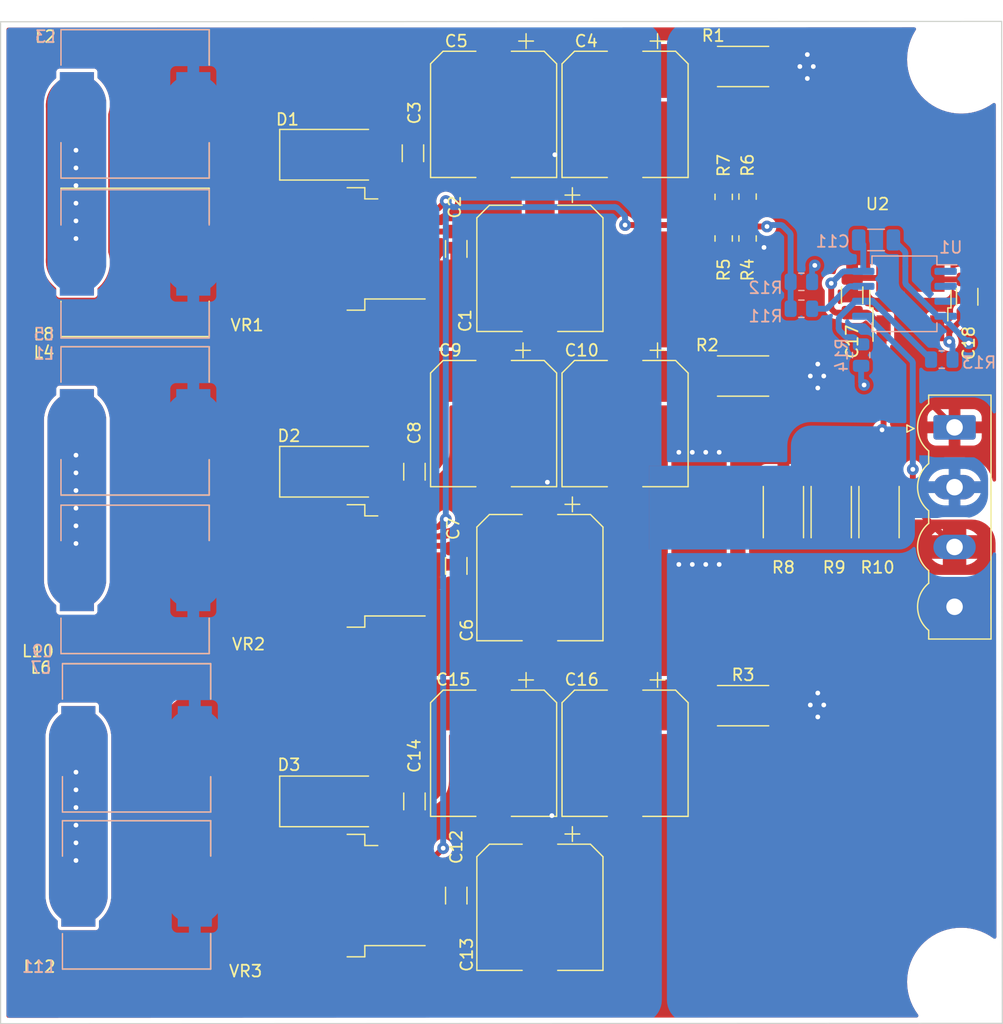
<source format=kicad_pcb>
(kicad_pcb (version 20211014) (generator pcbnew)
  (layers (0 "F.Cu" signal) (31 "B.Cu" signal) (34 "B.Paste" user) (35 "F.Paste" user) (36 "B.SilkS" user "B.Silkscreen") (37 "F.SilkS" user "F.Silkscreen") (38 "B.Mask" user) (39 "F.Mask" user) (44 "Edge.Cuts" user))
  (net 0 "")
  (net 1 "BOOSTIN+")
  (net 2 "BOOSTIN-")
  (net 3 "BOOSTOUT-")
  (net 4 "BOOSTOUT+")
  (net 7 "/FB")
  (net 8 "Net-(C3-Pad1)")
  (net 9 "Net-(C10-Pad1)")
  (net 10 "Net-(R11-Pad1)")
  (net 12 "/SW1")
  (net 13 "/SW2")
  (net 14 "/SW3")
  (net 15 "/CP1")
  (net 16 "/CP2")
  (net 17 "/CP3")
  (net 18 "Net-(R13-Pad2)")
  (net 22 "Net-(C14-Pad1)")
  (net 23 "Net-(C18-Pad1)")
  (footprint "Capacitor_SMD:C_1206_3216Metric" (layer "F.Cu") (at -98.171 35.306 -90)
    (fp_text reference "C7")
    (fp_text value "1uf 50v")
  )
  (footprint "Capacitor_SMD:CP_Elec_10x10.5" (layer "F.Cu") (at -94.996 51.216 -90)
    (fp_text reference "C15")
    (fp_text value "100uf 50v")
  )
  (footprint "MountingHole:MountingHole_3.2mm_M3" (layer "F.Cu") (at -55.243318 70.636194)
    (fp_text reference "H1")
    (fp_text value "MountingHole")
  )
  (footprint "Capacitor_SMD:C_1206_3216Metric" (layer "F.Cu") (at -101.854 0.254 -90)
    (fp_text reference "C3")
    (fp_text value " 1uf50v")
  )
  (footprint "Connector_Phoenix_MSTB:PhoenixContact_MSTBVA_2,5_4-G-5,08_1x04_P5.08mm_Vertical" (layer "F.Cu") (at -55.809318 23.536194 -90)
    (fp_text reference "J1" hide)
    (fp_text value "Conn_01x04_Female")
  )
  (footprint "Capacitor_SMD:C_1206_3216Metric" (layer "F.Cu") (at -64.516 12.319 90)
    (fp_text reference "C17")
    (fp_text value "1uf 50V")
  )
  (footprint "Package_TO_SOT_SMD:TO-263-5_TabPin6" (layer "F.Cu") (at -108.895 8.382 180)
    (fp_text reference "VR1")
    (fp_text value "XL6019")
  )
  (footprint "Resistor_SMD:R_0805_2012Metric" (layer "F.Cu") (at -75.438 7.493 90)
    (fp_text reference "R5")
    (fp_text value "39K")
  )
  (footprint "Resistor_SMD:R_2512_6332Metric" (layer "F.Cu") (at -73.787 19.177)
    (fp_text reference "R2")
    (fp_text value "0.1 ohm 1W")
  )
  (footprint "Capacitor_SMD:C_1206_3216Metric" (layer "F.Cu") (at -98.171 63.306 -90)
    (fp_text reference "C12")
    (fp_text value "1u 50v")
  )
  (footprint "Package_TO_SOT_SMD:TO-263-5_TabPin6" (layer "F.Cu") (at -108.895 63.306 180)
    (fp_text reference "VR3")
    (fp_text value "XL6019")
  )
  (footprint "Diode_SMD:D_SMA-SMB_Universal_Handsoldering" (layer "F.Cu") (at -108.331 55.305)
    (fp_text reference "D3")
    (fp_text value "SS56")
  )
  (footprint "Package_TO_SOT_SMD:TO-263-5_TabPin6" (layer "F.Cu") (at -108.895 35.306 180)
    (fp_text reference "VR2")
    (fp_text value "XL6019")
  )
  (footprint "Capacitor_SMD:C_1206_3216Metric" (layer "F.Cu") (at -98.171 8.382 -90)
    (fp_text reference "C2")
    (fp_text value "1uf 50v")
  )
  (footprint "Resistor_SMD:R_2512_6332Metric" (layer "F.Cu") (at -66.294 30.734 -90)
    (fp_text reference "R9")
    (fp_text value "0.1 ohm 1w")
  )
  (footprint "Resistor_SMD:R_2512_6332Metric" (layer "F.Cu") (at -62.23 30.734 -90)
    (fp_text reference "R10")
    (fp_text value "0.1 ohm 1w")
  )
  (footprint "Capacitor_SMD:CP_Elec_10x10.5" (layer "F.Cu") (at -94.996 23.216 -90)
    (fp_text reference "C9")
    (fp_text value "100uf 50v")
  )
  (footprint "Inductor_SMD:L_12x12mm_H8mm" (layer "F.Cu") (at -125.476 36.449)
    (fp_text reference "L6")
    (fp_text value "CDRH127 47u")
  )
  (footprint "Inductor_SMD:L_12x12mm_H8mm" (layer "F.Cu") (at -125.476 9.525)
    (fp_text reference "L4")
    (fp_text value "INDUCTOR")
  )
  (footprint "Resistor_SMD:R_2512_6332Metric" (layer "F.Cu") (at -70.358 30.734 -90)
    (fp_text reference "R8")
    (fp_text value "0.1 ohm 1w")
  )
  (footprint "Package_TO_SOT_SMD:TO-252-2" (layer "F.Cu") (at -59.563 10.922 90)
    (fp_text reference "U2")
    (fp_text value "LM78M05_TO252")
  )
  (footprint "Diode_SMD:D_SMA-SMB_Universal_Handsoldering" (layer "F.Cu") (at -108.331 27.305)
    (fp_text reference "D2")
    (fp_text value "SS56")
  )
  (footprint "Resistor_SMD:R_0805_2012Metric" (layer "F.Cu") (at -73.406 3.937 90)
    (fp_text reference "R6")
    (fp_text value "1K")
  )
  (footprint "Inductor_SMD:L_12x12mm_H8mm" (layer "F.Cu") (at -125.349 49.911)
    (fp_text reference "L10")
    (fp_text value "CDRH127 47u")
  )
  (footprint "Resistor_SMD:R_2512_6332Metric" (layer "F.Cu") (at -73.787 -7.112)
    (fp_text reference "R1")
    (fp_text value "0.1 ohm 1W")
  )
  (footprint "Capacitor_SMD:CP_Elec_10x10.5" (layer "F.Cu") (at -83.82 23.216 -90)
    (fp_text reference "C10")
    (fp_text value "100uf 50v")
  )
  (footprint "Capacitor_SMD:CP_Elec_10x10.5" (layer "F.Cu") (at -91.059 10.033 -90)
    (fp_text reference "C1")
    (fp_text value "100u 50v")
  )
  (footprint "Capacitor_SMD:CP_Elec_10x10.5" (layer "F.Cu") (at -83.82 51.216 -90)
    (fp_text reference "C16")
    (fp_text value "100uf 50v")
  )
  (footprint "Capacitor_SMD:C_1206_3216Metric" (layer "F.Cu") (at -54.737 12.446 90)
    (fp_text reference "C18")
    (fp_text value "1uf 50V")
  )
  (footprint "Capacitor_SMD:C_1206_3216Metric" (layer "F.Cu") (at -101.727 55.305 -90)
    (fp_text reference "C14")
    (fp_text value " 1uf50v")
  )
  (footprint "Capacitor_SMD:C_1206_3216Metric" (layer "F.Cu") (at -101.727 27.305 -90)
    (fp_text reference "C8")
    (fp_text value " 1uf50v")
  )
  (footprint "Capacitor_SMD:CP_Elec_10x10.5" (layer "F.Cu") (at -91.059 36.3 -90)
    (fp_text reference "C6")
    (fp_text value "100u 50v")
  )
  (footprint "Diode_SMD:D_SMA-SMB_Universal_Handsoldering" (layer "F.Cu") (at -108.331 0.381)
    (fp_text reference "D1")
    (fp_text value "SS56")
  )
  (footprint "Resistor_SMD:R_2512_6332Metric" (layer "F.Cu") (at -73.787 47.177)
    (fp_text reference "R3")
    (fp_text value "0.1 ohm 1W")
  )
  (footprint "Inductor_SMD:L_12x12mm_H8mm" (layer "F.Cu") (at -125.476 -3.937)
    (fp_text reference "L2")
    (fp_text value "CDRH127 47u")
  )
  (footprint "Inductor_SMD:L_12x12mm_H8mm" (layer "F.Cu") (at -125.349 63.246)
    (fp_text reference "L12")
    (fp_text value "INDUCTOR")
  )
  (footprint "Capacitor_SMD:CP_Elec_10x10.5" (layer "F.Cu") (at -91.059 64.3 -90)
    (fp_text reference "C13")
    (fp_text value "100uf 50v")
  )
  (footprint "Capacitor_SMD:CP_Elec_10x10.5" (layer "F.Cu") (at -83.82 -3.048 -90)
    (fp_text reference "C4")
    (fp_text value "100uf 50v")
  )
  (footprint "Capacitor_SMD:CP_Elec_10x10.5" (layer "F.Cu") (at -94.996 -3.048 -90)
    (fp_text reference "C5")
    (fp_text value "100uf 50v")
  )
  (footprint "Resistor_SMD:R_0805_2012Metric" (layer "F.Cu") (at -73.406 7.493 90)
    (fp_text reference "R4")
    (fp_text value "39K")
  )
  (footprint "Resistor_SMD:R_0805_2012Metric" (layer "F.Cu") (at -75.438 3.9605 90)
    (fp_text reference "R7")
    (fp_text value "1K")
  )
  (footprint "Inductor_SMD:L_12x12mm_H8mm" (layer "F.Cu") (at -125.476 22.987)
    (fp_text reference "L8")
    (fp_text value "INDUCTOR")
  )
  (footprint "MountingHole:MountingHole_3.2mm_M3" (layer "F.Cu") (at -55.243318 -7.713806)
    (fp_text reference "H2")
    (fp_text value "MountingHole")
  )
  (footprint "Resistor_SMD:R_0805_2012Metric" (layer "B.Cu") (at -63.754 17.399 -90)
    (fp_text reference "R14")
    (fp_text value "1k")
  )
  (footprint "Capacitor_SMD:C_1206_3216Metric" (layer "B.Cu") (at -62.484 7.62)
    (fp_text reference "C11")
    (fp_text value "1uf 50v")
  )
  (footprint "Resistor_SMD:R_0805_2012Metric" (layer "B.Cu") (at -68.834 13.462 180)
    (fp_text reference "R11")
    (fp_text value "1k")
  )
  (footprint "Inductor_SMD:L_12x12mm_H8mm" (layer "B.Cu") (at -125.476 9.652 180)
    (fp_text reference "L1")
    (fp_text value "CDRH127 47u")
  )
  (footprint "Inductor_SMD:L_12x12mm_H8mm" (layer "B.Cu") (at -125.349 49.911 180)
    (fp_text reference "L9")
    (fp_text value "CDRH127 47u")
  )
  (footprint "Inductor_SMD:L_12x12mm_H8mm" (layer "B.Cu") (at -125.476 22.987 180)
    (fp_text reference "L5")
    (fp_text value "CDRH127 47u")
  )
  (footprint "Inductor_SMD:L_12x12mm_H8mm" (layer "B.Cu") (at -125.476 -3.937 180)
    (fp_text reference "L3")
    (fp_text value "INDUCTOR")
  )
  (footprint "Inductor_SMD:L_12x12mm_H8mm" (layer "B.Cu") (at -125.476 36.449 180)
    (fp_text reference "L7")
    (fp_text value "INDUCTOR")
  )
  (footprint "Package_SO:SO-8_5.3x6.2mm_P1.27mm" (layer "B.Cu") (at -60.071 12.192 180)
    (fp_text reference "U1")
    (fp_text value "LM393")
  )
  (footprint "Inductor_SMD:L_12x12mm_H8mm" (layer "B.Cu") (at -125.349 63.246 180)
    (fp_text reference "L11")
    (fp_text value "INDUCTOR")
  )
  (footprint "Resistor_SMD:R_0805_2012Metric" (layer "B.Cu") (at -68.834 11.176 180)
    (fp_text reference "R12")
    (fp_text value "1k")
  )
  (footprint "Resistor_SMD:R_0805_2012Metric" (layer "B.Cu") (at -56.896 17.78 180)
    (fp_text reference "R13")
    (fp_text value "39k")
  )
  (gr_line (start -51.809318 -10.943806) (end -136.909318 -10.913806) (layer "Edge.Cuts") (width 0.1))
  (gr_line (start -136.909318 74.186194) (end -136.909318 -10.913806) (layer "Edge.Cuts") (width 0.1))
  (gr_line (start -136.909318 74.186194) (end -51.749318 74.156194) (layer "Edge.Cuts") (width 0.1))
  (gr_line (start -51.749318 74.156194) (end -51.809318 -10.943806) (layer "Edge.Cuts") (width 0.1))
  (segment (start -103.12 61.606) (end -92.565 61.606) (width 0.5) (layer "F.Cu") (net 1))
  (segment (start -61.843 15.122) (end -61.843 22.854) (width 0.5) (layer "F.Cu") (net 1))
  (segment (start -98.171 6.907) (end -92.133 6.907) (width 0.5) (layer "F.Cu") (net 1))
  (segment (start -103.12 33.606) (end -92.565 33.606) (width 0.5) (layer "F.Cu") (net 1))
  (segment (start -61.843 23.616) (end -61.976 23.749) (width 0.5) (layer "F.Cu") (net 1))
  (segment (start -61.843 22.854) (end -61.843 23.616) (width 0.5) (layer "F.Cu") (net 1))
  (segment (start -63.083132 13.881868) (end -61.843 15.122) (width 0.5) (layer "F.Cu") (net 1))
  (segment (start -90.971132 57.443132) (end -90.043 56.515) (width 0.5) (layer "F.Cu") (net 1))
  (segment (start -98.171 6.907) (end -102.54 6.907) (width 0.5) (layer "F.Cu") (net 1))
  (segment (start -92.565 61.606) (end -91.059 60.1) (width 0.5) (layer "F.Cu") (net 1))
  (segment (start -91.059 60.1) (end -91.059 57.655264) (width 0.5) (layer "F.Cu") (net 1))
  (segment (start -90.971132 1.563132) (end -89.789 0.381) (width 0.5) (layer "F.Cu") (net 1))
  (segment (start -91.059 5.833) (end -91.059 1.775264) (width 0.5) (layer "F.Cu") (net 1))
  (segment (start -102.54 6.907) (end -102.765 6.682) (width 0.5) (layer "F.Cu") (net 1))
  (segment (start -91.059 32.1) (end -91.059 28.953264) (width 0.5) (layer "F.Cu") (net 1))
  (segment (start -90.971132 28.741132) (end -90.424 28.194) (width 0.5) (layer "F.Cu") (net 1))
  (segment (start -65.837736 13.794) (end -64.516 13.794) (width 0.5) (layer "F.Cu") (net 1))
  (segment (start -92.133 6.907) (end -91.059 5.833) (width 0.5) (layer "F.Cu") (net 1))
  (segment (start -66.206132 13.549868) (end -66.049868 13.706132) (width 0.5) (layer "F.Cu") (net 1))
  (segment (start -66.294 11.303) (end -66.294 13.337736) (width 0.5) (layer "F.Cu") (net 1))
  (segment (start -92.565 33.606) (end -91.059 32.1) (width 0.5) (layer "F.Cu") (net 1))
  (segment (start -61.843 22.854) (end -61.843 23.12) (width 0.5) (layer "F.Cu") (net 1))
  (segment (start -64.516 13.794) (end -63.295264 13.794) (width 0.5) (layer "F.Cu") (net 1))
  (via (at -66.294 11.303) (size 1) (drill 0.4) (layers "F.Cu" "B.Cu") (net 1))
  (via (at -90.424 28.194) (size 1) (drill 0.4) (layers "F.Cu" "B.Cu") (net 1))
  (via (at -89.789 0.381) (size 1) (drill 0.4) (layers "F.Cu" "B.Cu") (net 1))
  (via (at -61.976 23.749) (size 1) (drill 0.4) (layers "F.Cu" "B.Cu") (net 1))
  (via (at -90.043 56.515) (size 1) (drill 0.4) (layers "F.Cu" "B.Cu") (net 1))
  (arc (start -66.049868 13.706132) (mid -65.952541 13.771164) (end -65.837736 13.794) (width 0.5) (layer "F.Cu") (net 1))
  (arc (start -66.206132 13.549868) (mid -66.271164 13.452541) (end -66.294 13.337736) (width 0.5) (layer "F.Cu") (net 1))
  (arc (start -63.295264 13.794) (mid -63.180459 13.816836) (end -63.083132 13.881868) (width 0.5) (layer "F.Cu") (net 1))
  (arc (start -90.971132 28.741132) (mid -91.036164 28.838459) (end -91.059 28.953264) (width 0.5) (layer "F.Cu") (net 1))
  (arc (start -90.971132 1.563132) (mid -91.036164 1.660459) (end -91.059 1.775264) (width 0.5) (layer "F.Cu") (net 1))
  (arc (start -91.059 57.655264) (mid -91.036164 57.540459) (end -90.971132 57.443132) (width 0.5) (layer "F.Cu") (net 1))
  (segment (start -65.365868 10.374868) (end -66.294 11.303) (width 0.5) (layer "B.Cu") (net 1))
  (segment (start -62.103 23.876) (end -62.103 24.384) (width 0.5) (layer "B.Cu") (net 1))
  (segment (start -63.571 8.008) (end -63.959 7.62) (width 0.5) (layer "B.Cu") (net 1))
  (segment (start -120.399 63.246) (end -120.399 49.911) (width 5) (layer "B.Cu") (net 1))
  (segment (start -63.571 10.287) (end -65.153736 10.287) (width 0.5) (layer "B.Cu") (net 1))
  (segment (start -120.526 -3.937) (end -120.526 9.652) (width 5) (layer "B.Cu") (net 1))
  (segment (start -63.571 10.287) (end -63.571 8.008) (width 0.5) (layer "B.Cu") (net 1))
  (segment (start -61.976 23.749) (end -62.103 23.876) (width 0.5) (layer "B.Cu") (net 1))
  (segment (start -120.526 36.449) (end -120.526 22.987) (width 5) (layer "B.Cu") (net 1))
  (arc (start -65.365868 10.374868) (mid -65.268541 10.309836) (end -65.153736 10.287) (width 0.5) (layer "B.Cu") (net 1))
  (segment (start -99.724 38.706) (end -99.695 38.735) (width 0.5) (layer "F.Cu") (net 2))
  (segment (start -99.314 11.684) (end -99.412 11.782) (width 1.5) (layer "F.Cu") (net 2))
  (segment (start -64.516 10.844) (end -61.585 10.844) (width 0.5) (layer "F.Cu") (net 2))
  (segment (start -98.171 11.303) (end -98.171 9.857) (width 0.5) (layer "F.Cu") (net 2))
  (segment (start -89.827 11.782) (end -99.216 11.782) (width 3) (layer "F.Cu") (net 2))
  (segment (start -99 38.735) (end -94.234 38.735) (width 3) (layer "F.Cu") (net 2))
  (segment (start -61.585 10.844) (end -59.563 8.822) (width 0.5) (layer "F.Cu") (net 2))
  (segment (start -99.314 11.684) (end -98.806 11.684) (width 0.5) (layer "F.Cu") (net 2))
  (segment (start -103.12 66.706) (end -98.837 66.706) (width 0.5) (layer "F.Cu") (net 2))
  (segment (start -89.535 12.074) (end -89.827 11.782) (width 0.5) (layer "F.Cu") (net 2))
  (segment (start -98.806 11.684) (end -98.679 11.811) (width 0.5) (layer "F.Cu") (net 2))
  (segment (start -59.563 8.822) (end -59.563 19.782512) (width 0.5) (layer "F.Cu") (net 2))
  (segment (start -57.414 10.971) (end -59.563 8.822) (width 0.5) (layer "F.Cu") (net 2))
  (segment (start -92.853 66.706) (end -91.059 68.5) (width 3) (layer "F.Cu") (net 2))
  (segment (start -103.12 38.706) (end -99.724 38.706) (width 1.5) (layer "F.Cu") (net 2))
  (segment (start -54.737 10.971) (end -57.414 10.971) (width 0.5) (layer "F.Cu") (net 2))
  (segment (start -98.837 66.706) (end -92.853 66.706) (width 3) (layer "F.Cu") (net 2))
  (segment (start -59.563 19.782512) (end -55.809318 23.536194) (width 0.5) (layer "F.Cu") (net 2))
  (segment (start -98.679 11.811) (end -98.171 11.303) (width 0.5) (layer "F.Cu") (net 2))
  (segment (start -92.824 38.735) (end -91.059 40.5) (width 3) (layer "F.Cu") (net 2))
  (segment (start -99.412 11.782) (end -102.765 11.782) (width 1.5) (layer "F.Cu") (net 2))
  (segment (start -99.216 11.782) (end -99.314 11.684) (width 3) (layer "F.Cu") (net 2))
  (segment (start -94.234 38.735) (end -92.824 38.735) (width 3) (layer "F.Cu") (net 2))
  (via (at -63.5 19.939) (size 1) (drill 0.4) (layers "F.Cu" "B.Cu") (net 2))
  (via (at -67.691 9.779) (size 1) (drill 0.4) (layers "F.Cu" "B.Cu") (net 2))
  (via (at -54.61 16.383) (size 1) (drill 0.4) (layers "F.Cu" "B.Cu") (net 2))
  (segment (start -63.754 18.3115) (end -63.754 19.685) (width 0.5) (layer "B.Cu") (net 2))
  (segment (start -57.116685 14.097) (end -56.571 14.097) (width 0.5) (layer "B.Cu") (net 2))
  (segment (start -63.754 19.685) (end -63.5 19.939) (width 0.5) (layer "B.Cu") (net 2))
  (segment (start -56.571 14.097) (end -56.571 14.422) (width 0.5) (layer "B.Cu") (net 2))
  (segment (start -59.993 9.828) (end -59.993 8.760264) (width 0.5) (layer "B.Cu") (net 2))
  (segment (start -59.905132 11.432817) (end -57.328817 14.009132) (width 0.5) (layer "B.Cu") (net 2))
  (segment (start -59.993 9.828) (end -59.993 11.220685) (width 0.5) (layer "B.Cu") (net 2))
  (segment (start -67.9215 10.0095) (end -67.691 9.779) (width 0.5) (layer "B.Cu") (net 2))
  (segment (start -60.080868 8.548132) (end -61.009 7.62) (width 0.5) (layer "B.Cu") (net 2))
  (segment (start -56.571 14.422) (end -54.61 16.383) (width 0.5) (layer "B.Cu") (net 2))
  (segment (start -67.9215 11.176) (end -67.9215 10.0095) (width 0.5) (layer "B.Cu") (net 2))
  (arc (start -57.116685 14.097) (mid -57.23149 14.074164) (end -57.328817 14.009132) (width 0.5) (layer "B.Cu") (net 2))
  (arc (start -60.080868 8.548132) (mid -60.015836 8.645459) (end -59.993 8.760264) (width 0.5) (layer "B.Cu") (net 2))
  (arc (start -59.993 11.220685) (mid -59.970164 11.33549) (end -59.905132 11.432817) (width 0.5) (layer "B.Cu") (net 2))
  (segment (start -59.359318 27.101318) (end -59.359318 30.146194) (width 0.5) (layer "F.Cu") (net 3))
  (segment (start -59.359318 30.146194) (end -55.809318 33.696194) (width 0.5) (layer "F.Cu") (net 3))
  (via (at -59.359318 27.101318) (size 1) (drill 0.4) (layers "F.Cu" "B.Cu") (net 3))
  (segment (start -59.447186 17.86945) (end -63.219636 14.097) (width 0.5) (layer "B.Cu") (net 3))
  (segment (start -63.219636 14.097) (end -63.571 14.097) (width 0.5) (layer "B.Cu") (net 3))
  (segment (start -59.359318 18.081582) (end -59.359318 27.101318) (width 0.5) (layer "B.Cu") (net 3))
  (arc (start -59.447186 17.86945) (mid -59.382154 17.966777) (end -59.359318 18.081582) (width 0.5) (layer "B.Cu") (net 3))
  (segment (start -72.1595 8.4055) (end -72.009 8.255) (width 0.5) (layer "F.Cu") (net 4))
  (segment (start -70.8245 47.117) (end -68.072 47.117) (width 4) (layer "F.Cu") (net 4))
  (segment (start -70.8245 -7.112) (end -68.961 -7.112) (width 4) (layer "F.Cu") (net 4))
  (segment (start -75.438 8.4055) (end -73.406 8.4055) (width 0.5) (layer "F.Cu") (net 4))
  (segment (start -70.8245 19.177) (end -68.072 19.177) (width 4) (layer "F.Cu") (net 4))
  (segment (start -73.406 8.4055) (end -72.1595 8.4055) (width 0.5) (layer "F.Cu") (net 4))
  (via (at -67.437 18.161) (size 1) (drill 0.4) (layers "F.Cu" "B.Cu") (net 4))
  (via (at -75.819 25.654) (size 1) (drill 0.4) (layers "F.Cu" "B.Cu") (net 4))
  (via (at -76.962 25.654) (size 1) (drill 0.4) (layers "F.Cu" "B.Cu") (net 4))
  (via (at -78.105 25.654) (size 1) (drill 0.4) (layers "F.Cu" "B.Cu") (net 4))
  (via (at -66.929 47.117) (size 1) (drill 0.4) (layers "F.Cu" "B.Cu") (net 4))
  (via (at -78.105 35.179) (size 1) (drill 0.4) (layers "F.Cu" "B.Cu") (net 4))
  (via (at -76.962 35.179) (size 1) (drill 0.4) (layers "F.Cu" "B.Cu") (net 4))
  (via (at -67.437 48.133) (size 1) (drill 0.4) (layers "F.Cu" "B.Cu") (net 4))
  (via (at -68.072 19.177) (size 1) (drill 0.4) (layers "F.Cu" "B.Cu") (net 4))
  (via (at -68.326 -8.128) (size 1) (drill 0.4) (layers "F.Cu" "B.Cu") (net 4))
  (via (at -79.248 25.654) (size 1) (drill 0.4) (layers "F.Cu" "B.Cu") (net 4))
  (via (at -79.248 35.179) (size 1) (drill 0.4) (layers "F.Cu" "B.Cu") (net 4))
  (via (at -75.819 35.179) (size 1) (drill 0.4) (layers "F.Cu" "B.Cu") (net 4))
  (via (at -67.437 20.193) (size 1) (drill 0.4) (layers "F.Cu" "B.Cu") (net 4))
  (via (at -68.961 -7.112) (size 1) (drill 0.4) (layers "F.Cu" "B.Cu") (net 4))
  (via (at -66.929 19.177) (size 1) (drill 0.4) (layers "F.Cu" "B.Cu") (net 4))
  (via (at -68.326 -6.096) (size 1) (drill 0.4) (layers "F.Cu" "B.Cu") (net 4))
  (via (at -72.009 8.255) (size 1) (drill 0.4) (layers "F.Cu" "B.Cu") (net 4))
  (via (at -67.437 46.101) (size 1) (drill 0.4) (layers "F.Cu" "B.Cu") (net 4))
  (via (at -68.072 47.117) (size 1) (drill 0.4) (layers "F.Cu" "B.Cu") (net 4))
  (via (at -67.818 -7.112) (size 1) (drill 0.4) (layers "F.Cu" "B.Cu") (net 4))
  (segment (start -75.438 4.873) (end -73.4295 4.873) (width 0.5) (layer "F.Cu") (net 7))
  (segment (start -99.636132 4.894132) (end -99.06 4.318) (width 0.5) (layer "F.Cu") (net 7))
  (segment (start -83.82 6.35) (end -75.6685 6.35) (width 0.5) (layer "F.Cu") (net 7))
  (segment (start -75.438 6.5805) (end -75.438 4.873) (width 0.5) (layer "F.Cu") (net 7))
  (segment (start -75.6685 6.35) (end -75.438 6.5805) (width 0.5) (layer "F.Cu") (net 7))
  (segment (start -73.3025 6.477) (end -73.406 6.5805) (width 0.5) (layer "F.Cu") (net 7))
  (segment (start -103.12 4.982) (end -99.848264 4.982) (width 0.5) (layer "F.Cu") (net 7))
  (segment (start -73.406 6.5805) (end -75.438 6.5805) (width 0.5) (layer "F.Cu") (net 7))
  (segment (start -103.345 59.944) (end -100.073264 59.944) (width 0.5) (layer "F.Cu") (net 7))
  (segment (start -73.406 4.8495) (end -73.406 6.5805) (width 0.5) (layer "F.Cu") (net 7))
  (segment (start -103.12 32.004) (end -99.848264 32.004) (width 0.5) (layer "F.Cu") (net 7))
  (segment (start -73.4295 4.873) (end -73.406 4.8495) (width 0.5) (layer "F.Cu") (net 7))
  (segment (start -99.861132 59.856132) (end -99.285 59.28) (width 0.5) (layer "F.Cu") (net 7))
  (segment (start -71.755 6.477) (end -73.3025 6.477) (width 0.5) (layer "F.Cu") (net 7))
  (segment (start -99.636132 31.916132) (end -99.06 31.34) (width 0.5) (layer "F.Cu") (net 7))
  (via (at -71.755 6.477) (size 1) (drill 0.4) (layers "F.Cu" "B.Cu") (net 7))
  (via (at -99.285 59.28) (size 1) (drill 0.4) (layers "F.Cu" "B.Cu") (net 7))
  (via (at -99.06 31.34) (size 1) (drill 0.4) (layers "F.Cu" "B.Cu") (net 7))
  (via (at -83.82 6.35) (size 1) (drill 0.4) (layers "F.Cu" "B.Cu") (net 7))
  (via (at -99.06 4.318) (size 1) (drill 0.4) (layers "F.Cu" "B.Cu") (net 7))
  (arc (start -99.848264 32.004) (mid -99.733459 31.981164) (end -99.636132 31.916132) (width 0.5) (layer "F.Cu") (net 7))
  (arc (start -99.861132 59.856132) (mid -99.958459 59.921164) (end -100.073264 59.944) (width 0.5) (layer "F.Cu") (net 7))
  (arc (start -99.636132 4.894132) (mid -99.733459 4.959164) (end -99.848264 4.982) (width 0.5) (layer "F.Cu") (net 7))
  (segment (start -69.7465 13.462) (end -69.7465 11.176) (width 0.5) (layer "B.Cu") (net 7))
  (segment (start -71.755 6.477) (end -71.628 6.35) (width 0.5) (layer "B.Cu") (net 7))
  (segment (start -69.7465 7.212764) (end -69.7465 11.176) (width 0.5) (layer "B.Cu") (net 7))
  (segment (start -98.427736 4.826) (end -84.706264 4.826) (width 0.5) (layer "B.Cu") (net 7))
  (segment (start -84.494132 4.913868) (end -83.907868 5.500132) (width 0.5) (layer "B.Cu") (net 7))
  (segment (start -83.82 5.712264) (end -83.82 6.35) (width 0.5) (layer "B.Cu") (net 7))
  (segment (start -99.285 59.28) (end -99.285 31.565) (width 0.5) (layer "B.Cu") (net 7))
  (segment (start -70.397132 6.437868) (end -69.834368 7.000632) (width 0.5) (layer "B.Cu") (net 7))
  (segment (start -99.285 31.565) (end -99.06 31.34) (width 0.5) (layer "B.Cu") (net 7))
  (segment (start -99.06 4.318) (end -98.639868 4.738132) (width 0.5) (layer "B.Cu") (net 7))
  (segment (start -71.628 6.35) (end -70.609264 6.35) (width 0.5) (layer "B.Cu") (net 7))
  (segment (start -99.06 31.34) (end -99.06 4.318) (width 0.5) (layer "B.Cu") (net 7))
  (arc (start -84.494132 4.913868) (mid -84.591459 4.848836) (end -84.706264 4.826) (width 0.5) (layer "B.Cu") (net 7))
  (arc (start -98.639868 4.738132) (mid -98.542541 4.803164) (end -98.427736 4.826) (width 0.5) (layer "B.Cu") (net 7))
  (arc (start -83.907868 5.500132) (mid -83.842836 5.597459) (end -83.82 5.712264) (width 0.5) (layer "B.Cu") (net 7))
  (arc (start -69.834368 7.000632) (mid -69.769336 7.097959) (end -69.7465 7.212764) (width 0.5) (layer "B.Cu") (net 7))
  (arc (start -70.397132 6.437868) (mid -70.494459 6.372836) (end -70.609264 6.35) (width 0.5) (layer "B.Cu") (net 7))
  (segment (start -101.981 -0.459) (end -101.981 -5.969) (width 2) (layer "F.Cu") (net 8))
  (segment (start -76.8855 -7.248) (end -76.7495 -7.112) (width 2) (layer "F.Cu") (net 8))
  (segment (start -83.82 -7.248) (end -76.8855 -7.248) (width 2) (layer "F.Cu") (net 8))
  (segment (start -94.996 -7.248) (end -83.82 -7.248) (width 2) (layer "F.Cu") (net 8))
  (segment (start -100.702 -7.248) (end -94.996 -7.248) (width 2) (layer "F.Cu") (net 8))
  (segment (start -101.981 -5.969) (end -100.702 -7.248) (width 2) (layer "F.Cu") (net 8))
  (segment (start -64.645736 11.557) (end -63.571 11.557) (width 0.5) (layer "B.Cu") (net 10))
  (segment (start -66.587132 13.374132) (end -64.857868 11.644868) (width 0.5) (layer "B.Cu") (net 10))
  (segment (start -67.9215 13.462) (end -66.799264 13.462) (width 0.5) (layer "B.Cu") (net 10))
  (arc (start -66.799264 13.462) (mid -66.684459 13.439164) (end -66.587132 13.374132) (width 0.5) (layer "B.Cu") (net 10))
  (arc (start -64.857868 11.644868) (mid -64.760541 11.579836) (end -64.645736 11.557) (width 0.5) (layer "B.Cu") (net 10))
  (segment (start -106.68 8.382) (end -112.395 8.382) (width 2.75) (layer "F.Cu") (net 12))
  (segment (start -112.395 8.382) (end -118.745 8.382) (width 8) (layer "F.Cu") (net 12))
  (segment (start -118.738 4.84) (end -114.279 0.381) (width 2) (layer "F.Cu") (net 12))
  (segment (start -102.765 8.382) (end -106.68 8.382) (width 1) (layer "F.Cu") (net 12))
  (segment (start -118.745 8.382) (end -119.877 9.514) (width 5) (layer "F.Cu") (net 12))
  (segment (start -120.526 -3.937) (end -120.526 9.525) (width 5) (layer "F.Cu") (net 12))
  (segment (start -119.877 4.84) (end -118.738 4.84) (width 2) (layer "F.Cu") (net 12))
  (segment (start -114.279 0.381) (end -111.231 0.381) (width 2) (layer "F.Cu") (net 12))
  (segment (start -119.877 9.514) (end -119.877 4.84) (width 5) (layer "F.Cu") (net 12))
  (segment (start -106.426 35.306) (end -103.12 35.306) (width 1.5) (layer "F.Cu") (net 13))
  (segment (start -120.526 36.449) (end -120.526 22.987) (width 5) (layer "F.Cu") (net 13))
  (segment (start -112.27 35.306) (end -107 35.306) (width 2.75) (layer "F.Cu") (net 13))
  (segment (start -120.399 49.911) (end -120.399 63.246) (width 5) (layer "F.Cu") (net 14))
  (segment (start -106.359 63.306) (end -103.12 63.306) (width 1.5) (layer "F.Cu") (net 14))
  (segment (start -112.27 63.306) (end -107 63.306) (width 2.75) (layer "F.Cu") (net 14))
  (segment (start -130.426 9.525) (end -130.559 9.392) (width 5) (layer "F.Cu") (net 15))
  (segment (start -130.559 9.392) (end -130.559 -3.804) (width 5) (layer "F.Cu") (net 15))
  (segment (start -130.559 -3.804) (end -130.426 -3.937) (width 5) (layer "F.Cu") (net 15))
  (via (at -130.5 6) (size 1) (drill 0.4) (layers "F.Cu" "B.Cu") (net 15))
  (via (at -130.5 0) (size 1) (drill 0.4) (layers "F.Cu" "B.Cu") (net 15))
  (via (at -130.5 3) (size 1) (drill 0.4) (layers "F.Cu" "B.Cu") (net 15))
  (via (at -130.5 1.5) (size 1) (drill 0.4) (layers "F.Cu" "B.Cu") (net 15))
  (via (at -130.5 4.5) (size 1) (drill 0.4) (layers "F.Cu" "B.Cu") (net 15))
  (via (at -130.5 7.5) (size 1) (drill 0.4) (layers "F.Cu" "B.Cu") (net 15))
  (segment (start -130.426 9.652) (end -130.426 -3.937) (width 5) (layer "B.Cu") (net 15))
  (segment (start -130.426 22.987) (end -130.426 36.449) (width 5) (layer "F.Cu") (net 16))
  (via (at -130.5 30.401) (size 1) (drill 0.4) (layers "F.Cu" "B.Cu") (net 16))
  (via (at -130.5 25.901) (size 1) (drill 0.4) (layers "F.Cu" "B.Cu") (net 16))
  (via (at -130.5 33.401) (size 1) (drill 0.4) (layers "F.Cu" "B.Cu") (net 16))
  (via (at -130.5 28.901) (size 1) (drill 0.4) (layers "F.Cu" "B.Cu") (net 16))
  (via (at -130.5 31.901) (size 1) (drill 0.4) (layers "F.Cu" "B.Cu") (net 16))
  (via (at -130.5 27.401) (size 1) (drill 0.4) (layers "F.Cu" "B.Cu") (net 16))
  (segment (start -130.426 36.449) (end -130.426 22.987) (width 5) (layer "B.Cu") (net 16))
  (segment (start -130.299 63.246) (end -130.299 49.911) (width 5) (layer "F.Cu") (net 17))
  (via (at -130.5 58.825) (size 1) (drill 0.4) (layers "F.Cu" "B.Cu") (net 17))
  (via (at -130.5 55.825) (size 1) (drill 0.4) (layers "F.Cu" "B.Cu") (net 17))
  (via (at -130.5 60.325) (size 1) (drill 0.4) (layers "F.Cu" "B.Cu") (net 17))
  (via (at -130.5 52.825) (size 1) (drill 0.4) (layers "F.Cu" "B.Cu") (net 17))
  (via (at -130.5 57.325) (size 1) (drill 0.4) (layers "F.Cu" "B.Cu") (net 17))
  (via (at -130.5 54.325) (size 1) (drill 0.4) (layers "F.Cu" "B.Cu") (net 17))
  (segment (start -130.299 49.911) (end -130.299 63.246) (width 5) (layer "B.Cu") (net 17))
  (segment (start -64.116685 12.827) (end -63.571 12.827) (width 0.5) (layer "B.Cu") (net 18))
  (segment (start -63.754 16.4865) (end -64.277632 15.962868) (width 0.5) (layer "B.Cu") (net 18))
  (segment (start -62.7615 12.827) (end -63.571 12.827) (width 0.5) (layer "B.Cu") (net 18))
  (segment (start -65.659 15.115736) (end -65.659 14.369315) (width 0.5) (layer "B.Cu") (net 18))
  (segment (start -65.571132 14.157183) (end -64.328817 12.914868) (width 0.5) (layer "B.Cu") (net 18))
  (segment (start -64.489764 15.875) (end -64.899736 15.875) (width 0.5) (layer "B.Cu") (net 18))
  (segment (start -65.111868 15.787132) (end -65.571132 15.327868) (width 0.5) (layer "B.Cu") (net 18))
  (segment (start -57.8085 17.78) (end -62.7615 12.827) (width 0.5) (layer "B.Cu") (net 18))
  (arc (start -64.489764 15.875) (mid -64.374959 15.897836) (end -64.277632 15.962868) (width 0.5) (layer "B.Cu") (net 18))
  (arc (start -65.659 15.115736) (mid -65.636164 15.230541) (end -65.571132 15.327868) (width 0.5) (layer "B.Cu") (net 18))
  (arc (start -65.111868 15.787132) (mid -65.014541 15.852164) (end -64.899736 15.875) (width 0.5) (layer "B.Cu") (net 18))
  (arc (start -65.659 14.369315) (mid -65.636164 14.25451) (end -65.571132 14.157183) (width 0.5) (layer "B.Cu") (net 18))
  (arc (start -64.116685 12.827) (mid -64.23149 12.849836) (end -64.328817 12.914868) (width 0.5) (layer "B.Cu") (net 18))
  (segment (start -55.938 15.122) (end -55.714 14.898) (width 0.5) (layer "F.Cu") (net 23))
  (segment (start -56.261 16.256) (end -56.261 15.569264) (width 0.5) (layer "F.Cu") (net 23))
  (segment (start -55.714 14.898) (end -54.737 13.921) (width 0.5) (layer "F.Cu") (net 23))
  (segment (start -56.173132 15.357132) (end -55.714 14.898) (width 0.5) (layer "F.Cu") (net 23))
  (segment (start -57.283 15.122) (end -55.938 15.122) (width 0.5) (layer "F.Cu") (net 23))
  (via (at -56.261 16.256) (size 1) (drill 0.4) (layers "F.Cu" "B.Cu") (net 23))
  (arc (start -56.173132 15.357132) (mid -56.238164 15.454459) (end -56.261 15.569264) (width 0.5) (layer "F.Cu") (net 23))
  (segment (start -55.9835 17.78) (end -55.9835 16.5335) (width 0.5) (layer "B.Cu") (net 23))
  (segment (start -55.9835 16.5335) (end -56.261 16.256) (width 0.5) (layer "B.Cu") (net 23))
  (zone (net 13) (net_name "/SW2") (layer "F.Cu") (priority 2) (connect_pads yes (clearance 0.3)) (min_thickness 0.3) (fill yes (thermal_gap 0.508) (thermal_bridge_width 0.508) (smoothing fillet) (radius 3))
    (polygon (pts (xy -107.823 41.148) (xy -116.713 41.148) (xy -123.286488 41.14418) (xy -123.317 25.273) (xy -123.317 18.669) (xy -117.221 18.542) (xy -117.221 25.273) (xy -107.823 25.273)))
  )
  (zone (net 4) (net_name "BOOSTOUT+") (layer "F.Cu") (priority 2) (connect_pads (clearance 0.3)) (min_thickness 0.3) (fill yes (thermal_gap 0.508) (thermal_bridge_width 1))
    (polygon (pts (xy -75.184 35.687) (xy -79.883 35.687) (xy -79.883 25.019) (xy -75.184 25.019)))
  )
  (zone (net 12) (net_name "/SW1") (layer "F.Cu") (priority 2) (connect_pads yes (clearance 0.3)) (min_thickness 0.3) (fill yes (thermal_gap 0.508) (thermal_bridge_width 0.508) (smoothing fillet) (radius 3))
    (polygon (pts (xy -107.95 14.732) (xy -116.84 14.732) (xy -123.413488 14.72818) (xy -123.444 -1.143) (xy -123.444 -7.747) (xy -117.348 -7.874) (xy -117.348 -1.143) (xy -107.95 -1.143)))
  )
  (zone (net 22) (net_name "Net-(C14-Pad1)") (layer "F.Cu") (priority 2) (connect_pads yes (clearance 0.3)) (min_thickness 0.3) (fill yes (thermal_gap 0.508) (thermal_bridge_width 0.508) (smoothing fillet) (radius 2))
    (polygon (pts (xy -75.601317 49.276) (xy -99.096317 49.276) (xy -99.090335 55.594223) (xy -103.414317 55.542417) (xy -103.414317 56.896) (xy -107.605317 56.896) (xy -107.605317 55.510201) (xy -107.605317 53.594) (xy -104.049303 53.594) (xy -104.049317 44.958) (xy -75.601317 44.958)))
  )
  (zone (net 9) (net_name "Net-(C10-Pad1)") (layer "F.Cu") (priority 2) (connect_pads yes (clearance 0.3)) (min_thickness 0.3) (fill yes (thermal_gap 0.508) (thermal_bridge_width 0.508) (smoothing fillet) (radius 2))
    (polygon (pts (xy -75.565 21.367777) (xy -99.06 21.367777) (xy -99.054018 27.686) (xy -103.378 27.634194) (xy -103.378 28.987777) (xy -107.569 28.987777) (xy -107.569 27.601978) (xy -107.569 25.685777) (xy -104.012986 25.685777) (xy -104.013 17.049777) (xy -75.565 17.049777)))
  )
  (zone (net 14) (net_name "/SW3") (layer "F.Cu") (priority 2) (connect_pads yes (clearance 0.3)) (min_thickness 0.3) (fill yes (thermal_gap 0.508) (thermal_bridge_width 0.508) (smoothing fillet) (radius 3))
    (polygon (pts (xy -107.95 68.707) (xy -116.586 68.707) (xy -123.159488 68.70318) (xy -123.19 52.832) (xy -123.19 46.228) (xy -117.094 46.101) (xy -117.094 52.832) (xy -107.95 52.832)))
  )
  (zone (net 2) (net_name "BOOSTIN-") (layer "F.Cu") (connect_pads (clearance 0.3)) (min_thickness 0.3) (fill yes (thermal_gap 0.508) (thermal_bridge_width 1) (smoothing fillet))
    (polygon (pts (xy -51.749318 74.156194) (xy -136.909318 74.186194) (xy -136.909318 -10.913806) (xy -51.809318 -10.943806)))
  )
  (zone (net 8) (net_name "Net-(C3-Pad1)") (layer "F.Cu") (priority 2) (connect_pads yes (clearance 0.3)) (min_thickness 0.3) (fill yes (thermal_gap 0.508) (thermal_bridge_width 0.508) (smoothing fillet) (radius 2))
    (polygon (pts (xy -75.565 -4.445) (xy -99.06 -4.445) (xy -99.054018 0.857223) (xy -103.378 0.805417) (xy -103.378 2.159) (xy -107.569 2.159) (xy -107.569 0.773201) (xy -107.569 -1.143) (xy -104.012986 -1.143) (xy -104.013 -9.017) (xy -75.565 -9.017)))
  )
  (zone (net 3) (net_name "BOOSTOUT-") (layer "F.Cu") (priority 2) (connect_pads (clearance 0.3)) (min_thickness 0.3) (fill yes (thermal_gap 0.508) (thermal_bridge_width 2) (smoothing fillet) (radius 2))
    (polygon (pts (xy -52.324 36.068) (xy -73.279 36.068) (xy -73.279 31.369) (xy -52.324 31.369)))
  )
  (zone (net 1) (net_name "BOOSTIN+") (layer "B.Cu") (connect_pads (clearance 0.3)) (min_thickness 0.3) (fill yes (thermal_gap 0.508) (thermal_bridge_width 1) (smoothing fillet) (radius 2))
    (polygon (pts (xy -80.692388 74.176601) (xy -136.909318 74.186194) (xy -136.909318 -10.913806) (xy -80.752388 -10.923399)))
  )
  (zone (net 1) (net_name "BOOSTIN+") (layer "B.Cu") (priority 2) (connect_pads (clearance 0.3)) (min_thickness 0.3) (fill yes (thermal_gap 0.508) (thermal_bridge_width 1) (smoothing fillet) (radius 2))
    (polygon (pts (xy -52.959 31.242) (xy -59.182 31.242) (xy -59.182 33.909) (xy -81.788 33.909) (xy -81.788 26.797) (xy -69.723 26.797) (xy -69.723 23.368) (xy -58.928 23.495) (xy -58.928 25.908) (xy -52.959 25.908)))
  )
  (zone (net 4) (net_name "BOOSTOUT+") (layer "B.Cu") (connect_pads yes (clearance 0.3)) (min_thickness 0.3) (fill yes (thermal_gap 0.508) (thermal_bridge_width 0.508) (smoothing fillet) (radius 2))
    (polygon (pts (xy -51.689 74.168) (xy -80.264 74.168) (xy -80.264 -10.922) (xy -51.816 -10.922)))
  )
)
</source>
